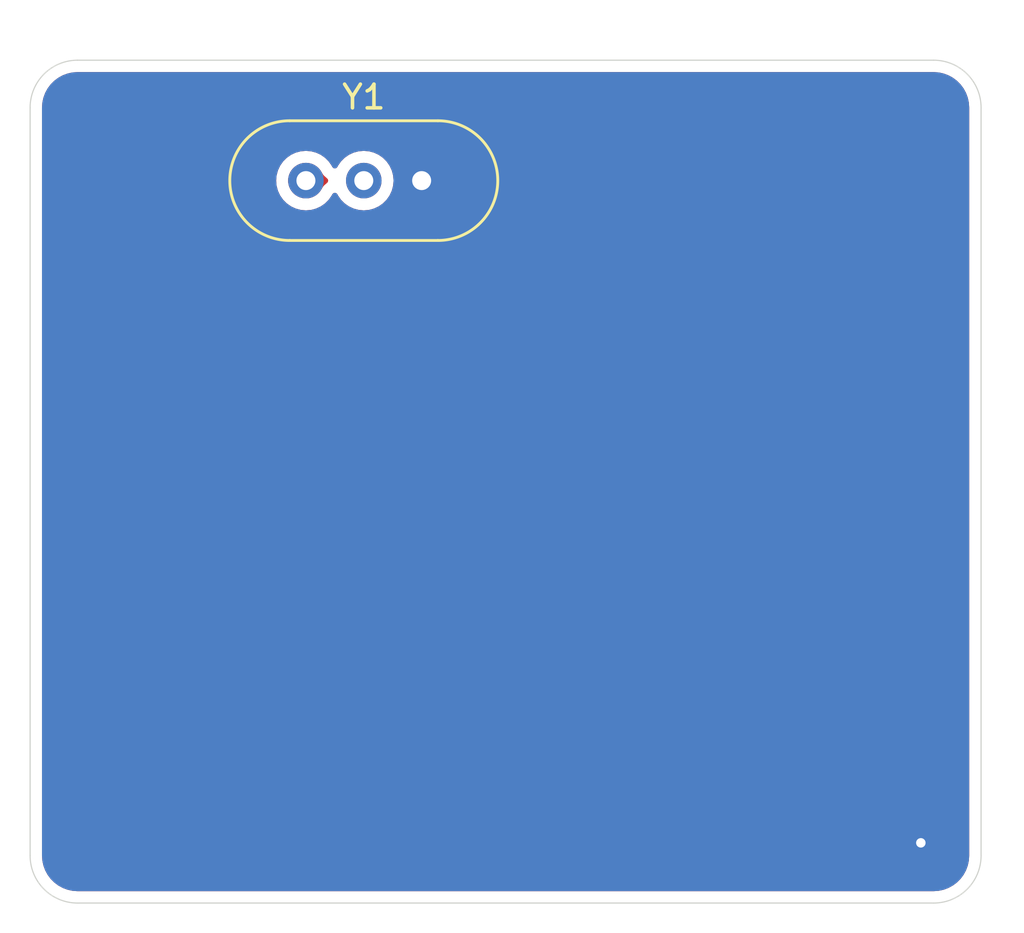
<source format=kicad_pcb>
(kicad_pcb (version 20221018) (generator pcbnew)
  (layers (0 "F.Cu" signal) (31 "B.Cu" signal) (34 "B.Paste" user) (35 "F.Paste" user) (36 "B.SilkS" user "B.Silkscreen") (37 "F.SilkS" user "F.Silkscreen") (38 "B.Mask" user) (39 "F.Mask" user) (44 "Edge.Cuts" user))
  (net 0 "")
  (net 1 "/NET1")
  (net 2 "GND")
  (net 3 "/NET2")
  (footprint "Crystal:Crystal_HC49-U-3Pin_Vertical" (layer "F.Cu") (at 11.63 5.08)
    (fp_text reference "Y1" (at 2.44 -3.525) (layer "F.SilkS"))
    (fp_text value "Crystal_GND3" hide)
    (fp_line (start -0.685 -2.525) (end 5.565 -2.525) (stroke (width 0.12)) (layer "F.SilkS"))
    (fp_line (start -0.685 2.525) (end 5.565 2.525) (stroke (width 0.12)) (layer "F.SilkS"))
    (fp_arc (start -0.685 2.525) (mid -3.21 0) (end -0.685 -2.525) (stroke (width 0.12)) (layer "F.SilkS"))
    (fp_arc (start 5.565 -2.525) (mid 8.09 0) (end 5.565 2.525) (stroke (width 0.12)) (layer "F.SilkS"))
    (pad "1" thru_hole circle (at 0 0) (size 1.5 1.5) (drill 0.8) (layers "*.Cu" "*.Mask") (net 1 "/NET1"))
    (pad "2" thru_hole circle (at 2.44 0) (size 1.5 1.5) (drill 0.8) (layers "*.Cu" "*.Mask") (net 3 "/NET2"))
    (pad "3" thru_hole circle (at 4.88 0) (size 1.5 1.5) (drill 0.8) (layers "*.Cu" "*.Mask") (net 2 "GND"))
  )
  (gr_line (start 38.1 35.56) (end 2 35.56) (stroke (width 0.05)) (layer "Edge.Cuts"))
  (gr_line (start 2 0) (end 38.1 0) (stroke (width 0.05)) (layer "Edge.Cuts"))
  (gr_arc (start 2 35.56) (mid 0.585786 34.974214) (end 0 33.56) (stroke (width 0.05)) (layer "Edge.Cuts"))
  (gr_arc (start 40.1 33.56) (mid 39.514214 34.974214) (end 38.1 35.56) (stroke (width 0.05)) (layer "Edge.Cuts"))
  (gr_line (start 0 33.56) (end 0 2) (stroke (width 0.05)) (layer "Edge.Cuts"))
  (gr_arc (start 0 2) (mid 0.585786 0.585786) (end 2 0) (stroke (width 0.05)) (layer "Edge.Cuts"))
  (gr_arc (start 38.1 0) (mid 39.514214 0.585786) (end 40.1 2) (stroke (width 0.05)) (layer "Edge.Cuts"))
  (gr_line (start 40.1 2) (end 40.1 33.56) (stroke (width 0.05)) (layer "Edge.Cuts"))
  (via (at 37.56 33.02) (size 0.8) (drill 0.4) (layers "F.Cu" "B.Cu") (net 2))
  (zone (net 0) (net_name "") (layer "F.Cu") (connect_pads (clearance 0)) (min_thickness 0.25)
    (keepout (tracks not_allowed) (vias not_allowed) (pads not_allowed) (copperpour not_allowed) (footprints allowed))
    (fill (thermal_gap 0.5) (thermal_bridge_width 0.5) (island_removal_mode 1) (island_area_min 10))
    (polygon (pts (xy 17.78 13.97) (xy 27.94 3.81) (xy 27.94 21.59) (xy 17.78 21.59)))
  )
  (zone (net 1) (net_name "/NET1") (layer "F.Cu") (name "Zinside") (connect_pads yes (clearance 0.5)) (min_thickness 0.25) (fill yes (thermal_gap 0.5) (thermal_bridge_width 0.5) (island_removal_mode 1) (island_area_min 10))
    (polygon (pts (xy 6.35 -2.54) (xy 6.35 8.89) (xy 34.29 8.89) (xy 34.29 -2.54)))
  )
  (zone (net 2) (net_name "GND") (layers "F&B.Cu") (name "Zoutside") (priority 1) (connect_pads yes (clearance 0.5)) (min_thickness 0.25) (fill yes (thermal_gap 0.5) (thermal_bridge_width 0.5) (island_removal_mode 1) (island_area_min 10))
    (polygon (pts (xy -1.27 -1.27) (xy 41.91 -1.27) (xy 41.91 36.83) (xy -1.27 36.83)))
  )
)
</source>
